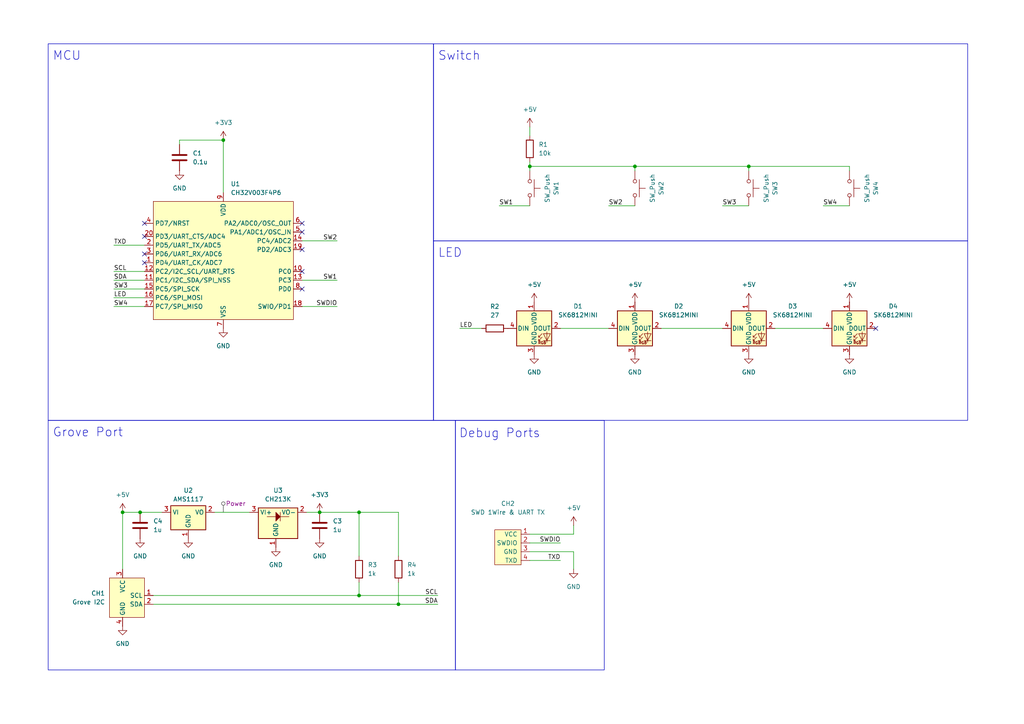
<source format=kicad_sch>
(kicad_sch (version 20250114) (generator "eeschema") (generator_version "9.0")
  (paper "A4")
  (title_block (title "Button Unit Grove I2C") (rev "1.0.0"))
  (lib_symbols
    (symbol "74th_Interface:I2C_Grove_Device-Side"
      (property "Reference" "CH" (at -7.62 1.27 0))
      (property "Value" "Grove" (at -7.62 -1.27 0))
      (symbol "I2C_Grove_Device-Side_0_1"
        (rectangle (start -6.35 6.35) (end 3.81 -5.08) (stroke (width 0.1524)) (fill (type background)))
      )
      (symbol "I2C_Grove_Device-Side_1_1"
        (pin power_out line (at -2.54 8.89 270) (length 2.54) (name "VCC") (number "3"))
        (pin power_out line (at -2.54 -7.62 90) (length 2.54) (name "GND") (number "4"))
        (pin input line (at 6.35 1.27 180) (length 2.54) (name "SCL") (number "1"))
        (pin bidirectional line (at 6.35 -1.27 180) (length 2.54) (name "SDA") (number "2"))
      )
    )
    (symbol "74th_Interface:SWD_WCH-1Wire_WITH-TXD-VCC" (pin_names (offset 1.016))
      (property "Reference" "CH" (at 0 7.62 0))
      (property "Value" "SWD 1Wire & UART TXD" (at 0 5.08 0))
      (symbol "SWD_WCH-1Wire_WITH-TXD-VCC_0_1"
        (rectangle (start -3.81 3.81) (end 3.81 -6.35) (fill (type background)))
      )
      (symbol "SWD_WCH-1Wire_WITH-TXD-VCC_1_1"
        (pin power_out line (at 6.35 2.54 180) (length 2.54) (name "VCC") (number "1"))
        (pin bidirectional line (at 6.35 0 180) (length 2.54) (name "SWDIO") (number "2"))
        (pin power_out line (at 6.35 -2.54 180) (length 2.54) (name "GND") (number "3"))
        (pin input line (at 6.35 -5.08 180) (length 2.54) (name "TXD") (number "4"))
      )
    )
    (symbol "74th_MCU:CH32V003F4P6"
      (property "Reference" "U" (at -11.43 25.4 0))
      (property "Value" "CH32V003F4P6" (at 12.7 25.4 0))
      (symbol "CH32V003F4P6_0_1"
        (rectangle (start -20.32 24.13) (end 20.32 -10.16) (stroke (width 0.1524)) (fill (type background)))
      )
      (symbol "CH32V003F4P6_1_1"
        (pin bidirectional line (at -22.86 17.78 0) (length 2.54) (name "PD7/NRST") (number "4"))
        (pin bidirectional line (at -22.86 13.97 0) (length 2.54) (name "PD3/UART_CTS/ADC4") (number "20"))
        (pin bidirectional line (at -22.86 11.43 0) (length 2.54) (name "PD5/UART_TX/ADC5") (number "2"))
        (pin bidirectional line (at -22.86 8.89 0) (length 2.54) (name "PD6/UART_RX/ADC6") (number "3"))
        (pin bidirectional line (at -22.86 6.35 0) (length 2.54) (name "PD4/UART_CK/ADC7") (number "1"))
        (pin bidirectional line (at -22.86 3.81 0) (length 2.54) (name "PC2/I2C_SCL/UART_RTS") (number "12"))
        (pin bidirectional line (at -22.86 1.27 0) (length 2.54) (name "PC1/I2C_SDA/SPI_NSS") (number "11"))
        (pin bidirectional line (at -22.86 -1.27 0) (length 2.54) (name "PC5/SPI_SCK") (number "15"))
        (pin bidirectional line (at -22.86 -3.81 0) (length 2.54) (name "PC6/SPI_MOSI") (number "16"))
        (pin bidirectional line (at -22.86 -6.35 0) (length 2.54) (name "PC7/SPI_MISO") (number "17"))
        (pin power_in line (at 0 26.67 270) (length 2.54) (name "VDD") (number "9"))
        (pin power_in line (at 0 -12.7 90) (length 2.54) (name "VSS") (number "7"))
        (pin bidirectional line (at 22.86 17.78 180) (length 2.54) (name "PA2/ADC0/OSC_OUT") (number "6"))
        (pin bidirectional line (at 22.86 15.24 180) (length 2.54) (name "PA1/ADC1/OSC_IN") (number "5"))
        (pin bidirectional line (at 22.86 12.7 180) (length 2.54) (name "PC4/ADC2") (number "14"))
        (pin bidirectional line (at 22.86 10.16 180) (length 2.54) (name "PD2/ADC3") (number "19"))
        (pin bidirectional line (at 22.86 3.81 180) (length 2.54) (name "PC0") (number "10"))
        (pin bidirectional line (at 22.86 1.27 180) (length 2.54) (name "PC3") (number "13"))
        (pin bidirectional line (at 22.86 -1.27 180) (length 2.54) (name "PD0") (number "8"))
        (pin bidirectional line (at 22.86 -6.35 180) (length 2.54) (name "SWIO/PD1") (number "18"))
      )
    )
    (symbol "74th_Passive:AMS1117-3.3_Regulator_SOT89"
      (property "Reference" "U" (at -3.81 3.175 0))
      (property "Value" "AMS1117" (at 0 3.175 0))
      (symbol "AMS1117-3.3_Regulator_SOT89_0_1"
        (rectangle (start -5.08 1.905) (end 5.08 -5.08) (stroke (width 0.254)) (fill (type background)))
      )
      (symbol "AMS1117-3.3_Regulator_SOT89_1_1"
        (pin power_in line (at -7.62 0 0) (length 2.54) (name "VI") (number "3"))
        (pin power_in line (at 0 -7.62 90) (length 2.54) (name "GND") (number "1"))
        (pin power_out line (at 7.62 0 180) (length 2.54) (name "VO") (number "2"))
      )
    )
    (symbol "74th_Passive:CH213K_Ideal-Diode-for-USB-Power"
      (property "Reference" "U" (at -3.81 6.35 0))
      (property "Value" "CH213K" (at 2.54 6.35 0))
      (symbol "CH213K_Ideal-Diode-for-USB-Power_0_1"
        (polyline (pts (xy -2.54 2.54) (xy 3.81 2.54)))
        (polyline (pts (xy 1.27 3.81) (xy 1.27 1.27)))
      )
      (symbol "CH213K_Ideal-Diode-for-USB-Power_1_1"
        (rectangle (start -5.08 5.08) (end 6.35 -3.81) (stroke (width 0.254)) (fill (type background)))
        (polyline (pts (xy 0 3.81) (xy 0 1.27) (xy 1.27 2.54) (xy 0 3.81)) (fill (type outline)))
        (pin power_in line (at -7.62 3.81 0) (length 2.54) (name "VI+") (number "3"))
        (pin power_in line (at 0 -6.35 90) (length 2.54) (name "GND") (number "1"))
        (pin power_out line (at 8.89 3.81 180) (length 2.54) (name "VO-") (number "2"))
      )
    )
    (symbol "74th_Passive:SK6812MINI-E_RGBLED" (pin_names (offset 0.254))
      (property "Reference" "D" (at 5.08 5.715 0))
      (property "Value" "SK6812MINI-E_RGBLED" (at 1.27 -5.715 0))
      (symbol "SK6812MINI-E_RGBLED_0_0"
        (text "RGB" (at 2.286 -4.191 0) (effects (font (size 0.762 0.762))))
      )
      (symbol "SK6812MINI-E_RGBLED_0_1"
        (polyline (pts (xy 1.27 -2.54) (xy 1.778 -2.54)))
        (polyline (pts (xy 1.27 -3.556) (xy 1.778 -3.556)))
        (polyline (pts (xy 2.286 -1.524) (xy 1.27 -2.54) (xy 1.27 -2.032)))
        (polyline (pts (xy 2.286 -2.54) (xy 1.27 -3.556) (xy 1.27 -3.048)))
        (polyline (pts (xy 3.683 -1.016) (xy 3.683 -3.556) (xy 3.683 -4.064)))
        (polyline (pts (xy 4.699 -1.524) (xy 2.667 -1.524) (xy 3.683 -3.556) (xy 4.699 -1.524)))
        (polyline (pts (xy 4.699 -3.556) (xy 2.667 -3.556)))
        (rectangle (start 5.08 5.08) (end -5.08 -5.08) (stroke (width 0.254)) (fill (type background)))
      )
      (symbol "SK6812MINI-E_RGBLED_1_1"
        (pin input line (at -7.62 0 0) (length 2.54) (name "DIN") (number "4"))
        (pin power_in line (at 0 7.62 270) (length 2.54) (name "VDD") (number "1"))
        (pin power_in line (at 0 -7.62 90) (length 2.54) (name "GND") (number "3"))
        (pin output line (at 7.62 0 180) (length 2.54) (name "DOUT") (number "2"))
      )
    )
    (symbol "Device:C" (pin_numbers (hide yes)) (pin_names (offset 0.254))
      (property "Reference" "C" (at 0.635 2.54 0))
      (property "Value" "C" (at 0.635 -2.54 0))
      (symbol "C_0_1"
        (polyline (pts (xy -2.032 0.762) (xy 2.032 0.762)) (stroke (width 0.508)))
        (polyline (pts (xy -2.032 -0.762) (xy 2.032 -0.762)) (stroke (width 0.508)))
      )
      (symbol "C_1_1"
        (pin passive line (at 0 3.81 270) (length 2.794) (name "~") (number "1"))
        (pin passive line (at 0 -3.81 90) (length 2.794) (name "~") (number "2"))
      )
    )
    (symbol "Device:R" (pin_numbers (hide yes)) (pin_names (offset 0))
      (property "Reference" "R" (at 2.032 0 90))
      (property "Value" "R" (at 0 0 90))
      (symbol "R_0_1"
        (rectangle (start -1.016 -2.54) (end 1.016 2.54) (stroke (width 0.254)))
      )
      (symbol "R_1_1"
        (pin passive line (at 0 3.81 270) (length 1.27) (name "~") (number "1"))
        (pin passive line (at 0 -3.81 90) (length 1.27) (name "~") (number "2"))
      )
    )
    (symbol "Switch:SW_Push" (pin_numbers (hide yes)) (pin_names (offset 1.016) (hide yes))
      (property "Reference" "SW" (at 1.27 2.54 0))
      (property "Value" "SW_Push" (at 0 -1.524 0))
      (symbol "SW_Push_0_1"
        (circle (center -2.032 0) (radius 0.508))
        (polyline (pts (xy 0 1.27) (xy 0 3.048)))
        (circle (center 2.032 0) (radius 0.508))
        (polyline (pts (xy 2.54 1.27) (xy -2.54 1.27)))
        (pin passive line (at -5.08 0 0) (length 2.54) (name "1") (number "1"))
        (pin passive line (at 5.08 0 180) (length 2.54) (name "2") (number "2"))
      )
    )
    (symbol "power:+3V3" (power) (pin_numbers (hide yes)) (pin_names (offset 0) (hide yes))
      (property "Value" "+3V3" (at 0 3.556 0))
      (symbol "+3V3_0_1"
        (polyline (pts (xy -0.762 1.27) (xy 0 2.54)))
        (polyline (pts (xy 0 2.54) (xy 0.762 1.27)))
        (polyline (pts (xy 0 0) (xy 0 2.54)))
      )
      (symbol "+3V3_1_1"
        (pin power_in line (at 0 0 90) (length 0) (name "~") (number "1"))
      )
    )
    (symbol "power:+5V" (power) (pin_numbers (hide yes)) (pin_names (offset 0) (hide yes))
      (property "Value" "+5V" (at 0 3.556 0))
      (symbol "+5V_0_1"
        (polyline (pts (xy -0.762 1.27) (xy 0 2.54)))
        (polyline (pts (xy 0 2.54) (xy 0.762 1.27)))
        (polyline (pts (xy 0 0) (xy 0 2.54)))
      )
      (symbol "+5V_1_1"
        (pin power_in line (at 0 0 90) (length 0) (name "~") (number "1"))
      )
    )
    (symbol "power:GND" (power) (pin_numbers (hide yes)) (pin_names (offset 0) (hide yes))
      (property "Value" "GND" (at 0 -3.81 0))
      (symbol "GND_0_1"
        (polyline (pts (xy 0 0) (xy 0 -1.27) (xy 1.27 -1.27) (xy 0 -2.54) (xy -1.27 -1.27) (xy 0 -1.27)))
      )
      (symbol "GND_1_1"
        (pin power_in line (at 0 0 270) (length 0) (name "~") (number "1"))
      )
    )
  )
  (rectangle (start 125.73 69.85) (end 280.67 121.92))
  (rectangle (start 125.73 12.7) (end 280.67 69.85))
  (rectangle (start 132.08 121.92) (end 175.26 194.31))
  (rectangle (start 13.97 12.7) (end 125.73 121.92))
  (rectangle (start 13.97 121.92) (end 132.08 194.31))
  (text "LED" (at 127 74.93 0) (effects (font (size 2.54 2.54)) (justify left bottom)))
  (text "Debug Ports" (at 133.096 127.254 0) (effects (font (size 2.54 2.54)) (justify left bottom)))
  (text "Switch" (at 127 17.78 0) (effects (font (size 2.54 2.54)) (justify left bottom)))
  (text "MCU" (at 15.24 17.78 0) (effects (font (size 2.54 2.54)) (justify left bottom)))
  (text "Grove Port" (at 15.24 127 0) (effects (font (size 2.54 2.54)) (justify left bottom)))
  (junction (at 104.14 172.72))
  (junction (at 217.17 48.26))
  (junction (at 40.64 148.59))
  (junction (at 184.15 48.26))
  (junction (at 104.14 148.59))
  (junction (at 115.57 175.26))
  (junction (at 35.56 148.59))
  (junction (at 153.67 48.26))
  (junction (at 92.71 148.59))
  (junction (at 64.77 40.64))
  (no_connect (at 41.91 76.2))
  (no_connect (at 254 95.25))
  (no_connect (at 87.63 64.77))
  (no_connect (at 41.91 73.66))
  (no_connect (at 41.91 64.77))
  (no_connect (at 87.63 83.82))
  (no_connect (at 87.63 72.39))
  (no_connect (at 87.63 78.74))
  (no_connect (at 41.91 68.58))
  (no_connect (at 87.63 67.31))
  (wire (pts (xy 153.67 162.56) (xy 162.56 162.56)))
  (wire (pts (xy 246.38 49.53) (xy 246.38 48.26)))
  (wire (pts (xy 33.02 71.12) (xy 41.91 71.12)))
  (wire (pts (xy 33.02 78.74) (xy 41.91 78.74)))
  (wire (pts (xy 153.67 48.26) (xy 184.15 48.26)))
  (wire (pts (xy 139.7 95.25) (xy 133.35 95.25)))
  (wire (pts (xy 35.56 148.59) (xy 35.56 165.1)))
  (wire (pts (xy 35.56 148.59) (xy 40.64 148.59)))
  (wire (pts (xy 33.02 86.36) (xy 41.91 86.36)))
  (wire (pts (xy 153.67 154.94) (xy 166.37 154.94)))
  (wire (pts (xy 92.71 148.59) (xy 104.14 148.59)))
  (wire (pts (xy 153.67 160.02) (xy 166.37 160.02)))
  (wire (pts (xy 191.77 95.25) (xy 209.55 95.25)))
  (wire (pts (xy 217.17 48.26) (xy 217.17 49.53)))
  (wire (pts (xy 166.37 160.02) (xy 166.37 165.1)))
  (wire (pts (xy 104.14 161.29) (xy 104.14 148.59)))
  (wire (pts (xy 104.14 168.91) (xy 104.14 172.72)))
  (wire (pts (xy 104.14 172.72) (xy 127 172.72)))
  (wire (pts (xy 184.15 48.26) (xy 184.15 49.53)))
  (wire (pts (xy 33.02 88.9) (xy 41.91 88.9)))
  (wire (pts (xy 87.63 88.9) (xy 97.79 88.9)))
  (wire (pts (xy 238.76 59.69) (xy 246.38 59.69)))
  (wire (pts (xy 176.53 59.69) (xy 184.15 59.69)))
  (wire (pts (xy 64.77 40.64) (xy 64.77 55.88)))
  (wire (pts (xy 115.57 168.91) (xy 115.57 175.26)))
  (wire (pts (xy 87.63 69.85) (xy 97.79 69.85)))
  (wire (pts (xy 62.23 148.59) (xy 72.39 148.59)))
  (wire (pts (xy 64.77 40.64) (xy 52.07 40.64)))
  (wire (pts (xy 153.67 46.99) (xy 153.67 48.26)))
  (wire (pts (xy 52.07 40.64) (xy 52.07 41.91)))
  (wire (pts (xy 217.17 48.26) (xy 246.38 48.26)))
  (wire (pts (xy 144.78 59.69) (xy 153.67 59.69)))
  (wire (pts (xy 166.37 154.94) (xy 166.37 152.4)))
  (wire (pts (xy 33.02 81.28) (xy 41.91 81.28)))
  (wire (pts (xy 153.67 48.26) (xy 153.67 49.53)))
  (wire (pts (xy 40.64 148.59) (xy 46.99 148.59)))
  (wire (pts (xy 88.9 148.59) (xy 92.71 148.59)))
  (wire (pts (xy 115.57 175.26) (xy 127 175.26)))
  (wire (pts (xy 184.15 48.26) (xy 217.17 48.26)))
  (wire (pts (xy 33.02 83.82) (xy 41.91 83.82)))
  (wire (pts (xy 87.63 81.28) (xy 97.79 81.28)))
  (wire (pts (xy 224.79 95.25) (xy 238.76 95.25)))
  (wire (pts (xy 209.55 59.69) (xy 217.17 59.69)))
  (wire (pts (xy 44.45 172.72) (xy 104.14 172.72)))
  (wire (pts (xy 115.57 148.59) (xy 115.57 161.29)))
  (wire (pts (xy 162.56 95.25) (xy 176.53 95.25)))
  (wire (pts (xy 153.67 157.48) (xy 162.56 157.48)))
  (wire (pts (xy 104.14 148.59) (xy 115.57 148.59)))
  (wire (pts (xy 44.45 175.26) (xy 115.57 175.26)))
  (wire (pts (xy 153.67 36.83) (xy 153.67 39.37)))
  (label "SW1" (at 144.78 59.69 0))
  (label "SCL" (at 33.02 78.74 0))
  (label "SW4" (at 33.02 88.9 0))
  (label "TXD" (at 33.02 71.12 0))
  (label "SW3" (at 33.02 83.82 0))
  (label "SCL" (at 127 172.72 180))
  (label "LED" (at 133.35 95.25 0))
  (label "SWDIO" (at 97.79 88.9 180))
  (label "SDA" (at 127 175.26 180))
  (label "SDA" (at 33.02 81.28 0))
  (label "TXD" (at 162.56 162.56 180))
  (label "SW1" (at 97.79 81.28 180))
  (label "LED" (at 33.02 86.36 0))
  (label "SWDIO" (at 162.56 157.48 180))
  (label "SW2" (at 97.79 69.85 180))
  (label "SW4" (at 238.76 59.69 0))
  (label "SW2" (at 176.53 59.69 0))
  (label "SW3" (at 209.55 59.69 0))
  (netclass_flag "" (length 2.54) (shape round) (at 64.77 148.59 0) (property "Netclass" "Power" (at 65.4685 146.05 0) (effects (justify left))))
  (symbol (lib_id "74th_MCU:CH32V003F4P6") (at 64.77 82.55 0) (unit 1)
    (property "Reference" "U1" (at 66.9133 53.34 0) (effects (justify left)))
    (property "Value" "CH32V003F4P6" (at 66.9133 55.88 0) (effects (justify left)))
    (property "Footprint" "74th:Package_TSSOP-20_4.4x6.5mm_P0.65mm" (effects (hide yes)))
  )
  (symbol (lib_id "Device:C") (at 40.64 152.4 0) (unit 1)
    (property "Reference" "C4" (at 44.45 151.1299 0) (effects (justify left)))
    (property "Value" "1u" (at 44.45 153.6699 0) (effects (justify left)))
    (property "Footprint" "74th:Capacitor_0805_2012_WithSizeText" (effects (hide yes)))
    (property "Description" "Unpolarized capacitor" (effects (hide yes)))
  )
  (symbol (lib_id "power:GND") (at 52.07 49.53 0) (unit 1)
    (property "Reference" "#PWR06" (effects (hide yes)))
    (property "Value" "GND" (at 52.07 54.61 0))
    (property "Description" "Power symbol creates a global label with name \"GND\" , ground" (effects (hide yes)))
  )
  (symbol (lib_id "74th_Passive:CH213K_Ideal-Diode-for-USB-Power") (at 80.01 152.4 0) (unit 1)
    (property "Reference" "U3" (at 80.645 142.24 0))
    (property "Value" "CH213K" (at 80.645 144.78 0))
    (property "Footprint" "74th:Package_SOT-23" (effects (hide yes)))
  )
  (symbol (lib_id "power:+3V3") (at 92.71 148.59 0) (unit 1)
    (property "Reference" "#PWR04" (effects (hide yes)))
    (property "Value" "+3V3" (at 92.71 143.51 0))
    (property "Description" "Power symbol creates a global label with name \"+3V3\"" (effects (hide yes)))
  )
  (symbol (lib_id "74th_Passive:AMS1117-3.3_Regulator_SOT89") (at 54.61 148.59 0) (unit 1)
    (property "Reference" "U2" (at 54.61 142.24 0))
    (property "Value" "AMS1117" (at 54.61 144.78 0))
    (property "Footprint" "74th:Package_SOT-89-3" (effects (hide yes)))
    (property "Description" "1A Low Dropout regulator, positive, adjustable output, SOT-223" (effects (hide yes)))
  )
  (symbol (lib_id "power:GND") (at 54.61 156.21 0) (unit 1)
    (property "Reference" "#PWR018" (effects (hide yes)))
    (property "Value" "GND" (at 54.61 161.29 0))
    (property "Description" "Power symbol creates a global label with name \"GND\" , ground" (effects (hide yes)))
  )
  (symbol (lib_id "power:+5V") (at 166.37 152.4 0) (unit 1)
    (property "Reference" "#PWR011" (effects (hide yes)))
    (property "Value" "+5V" (at 166.37 147.32 0))
    (property "Description" "Power symbol creates a global label with name \"+5V\"" (effects (hide yes)))
  )
  (symbol (lib_id "74th_Interface:SWD_WCH-1Wire_WITH-TXD-VCC") (at 147.32 157.48 0) (unit 1)
    (property "Reference" "CH2" (at 147.32 146.05 0))
    (property "Value" "SWD 1Wire & UART TX" (at 147.32 148.59 0))
    (property "Footprint" "74th:PinOut_Pin_4" (effects (hide yes)))
  )
  (symbol (lib_id "Device:C") (at 52.07 45.72 0) (unit 1)
    (property "Reference" "C1" (at 55.88 44.4499 0) (effects (justify left)))
    (property "Value" "0.1u" (at 55.88 46.9899 0) (effects (justify left)))
    (property "Footprint" "74th:Capacitor_0805_2012_WithSizeText" (effects (hide yes)))
    (property "Description" "Unpolarized capacitor" (effects (hide yes)))
  )
  (symbol (lib_id "power:GND") (at 217.17 102.87 0) (unit 1)
    (property "Reference" "#PWR016" (effects (hide yes)))
    (property "Value" "GND" (at 217.17 107.95 0))
    (property "Description" "Power symbol creates a global label with name \"GND\" , ground" (effects (hide yes)))
  )
  (symbol (lib_id "Device:R") (at 153.67 43.18 0) (unit 1)
    (property "Reference" "R1" (at 156.21 41.91 0) (effects (justify left)))
    (property "Value" "10k" (at 156.21 44.45 0) (effects (justify left)))
    (property "Footprint" "74th:Register_0805_2012_WithSizeText" (effects (hide yes)))
    (property "Description" "Resistor" (effects (hide yes)))
  )
  (symbol (lib_id "power:+3V3") (at 64.77 40.64 0) (unit 1)
    (property "Reference" "#PWR07" (effects (hide yes)))
    (property "Value" "+3V3" (at 64.77 35.56 0))
    (property "Description" "Power symbol creates a global label with name \"+3V3\"" (effects (hide yes)))
  )
  (symbol (lib_id "power:+5V") (at 184.15 87.63 0) (unit 1)
    (property "Reference" "#PWR012" (effects (hide yes)))
    (property "Value" "+5V" (at 184.15 82.55 0))
    (property "Description" "Power symbol creates a global label with name \"+5V\"" (effects (hide yes)))
  )
  (symbol (lib_id "Device:C") (at 92.71 152.4 0) (unit 1)
    (property "Reference" "C3" (at 96.52 151.1299 0) (effects (justify left)))
    (property "Value" "1u" (at 96.52 153.6699 0) (effects (justify left)))
    (property "Footprint" "74th:Capacitor_0805_2012_WithSizeText" (effects (hide yes)))
    (property "Description" "Unpolarized capacitor" (effects (hide yes)))
  )
  (symbol (lib_id "Switch:SW_Push") (at 246.38 54.61 270) (mirror x) (unit 1)
    (property "Reference" "SW4" (at 254 54.61 0))
    (property "Value" "SW_Push" (at 251.46 54.61 0))
    (property "Footprint" "74th:Switch_MXChoc_1.0u" (effects (hide yes)))
    (property "Description" "Push button switch, generic, two pins" (effects (hide yes)))
  )
  (symbol (lib_id "power:GND") (at 92.71 156.21 0) (unit 1)
    (property "Reference" "#PWR019" (effects (hide yes)))
    (property "Value" "GND" (at 92.71 161.29 0))
    (property "Description" "Power symbol creates a global label with name \"GND\" , ground" (effects (hide yes)))
  )
  (symbol (lib_id "Switch:SW_Push") (at 217.17 54.61 270) (mirror x) (unit 1)
    (property "Reference" "SW3" (at 224.79 54.61 0))
    (property "Value" "SW_Push" (at 222.25 54.61 0))
    (property "Footprint" "74th:Switch_MXChoc_1.0u" (effects (hide yes)))
    (property "Description" "Push button switch, generic, two pins" (effects (hide yes)))
  )
  (symbol (lib_id "power:GND") (at 40.64 156.21 0) (unit 1)
    (property "Reference" "#PWR020" (effects (hide yes)))
    (property "Value" "GND" (at 40.64 161.29 0))
    (property "Description" "Power symbol creates a global label with name \"GND\" , ground" (effects (hide yes)))
  )
  (symbol (lib_id "Device:R") (at 104.14 165.1 0) (unit 1)
    (property "Reference" "R3" (at 106.68 163.8299 0) (effects (justify left)))
    (property "Value" "1k" (at 106.68 166.3699 0) (effects (justify left)))
    (property "Footprint" "74th:Register_0805_2012_WithSizeText" (effects (hide yes)))
    (property "Description" "Resistor" (effects (hide yes)))
  )
  (symbol (lib_id "power:GND") (at 35.56 181.61 0) (unit 1)
    (property "Reference" "#PWR03" (effects (hide yes)))
    (property "Value" "GND" (at 35.56 186.69 0))
    (property "Description" "Power symbol creates a global label with name \"GND\" , ground" (effects (hide yes)))
  )
  (symbol (lib_id "power:+5V") (at 246.38 87.63 0) (unit 1)
    (property "Reference" "#PWR014" (effects (hide yes)))
    (property "Value" "+5V" (at 246.38 82.55 0))
    (property "Description" "Power symbol creates a global label with name \"+5V\"" (effects (hide yes)))
  )
  (symbol (lib_id "Switch:SW_Push") (at 153.67 54.61 270) (mirror x) (unit 1)
    (property "Reference" "SW1" (at 161.29 54.61 0))
    (property "Value" "SW_Push" (at 158.75 54.61 0))
    (property "Footprint" "74th:Switch_MXChoc_1.0u" (effects (hide yes)))
    (property "Description" "Push button switch, generic, two pins" (effects (hide yes)))
  )
  (symbol (lib_id "74th_Passive:SK6812MINI-E_RGBLED") (at 246.38 95.25 0) (unit 1)
    (property "Reference" "D4" (at 259.08 88.8298 0))
    (property "Value" "SK6812MINI" (at 259.08 91.3698 0))
    (property "Footprint" "74th:LED_SK6812MINI-E_BACK-RIGHT" (effects (hide yes)))
    (property "Datasheet" "https://cdn-shop.adafruit.com/product-files/2686/SK6812MINI_REV.01-1-2.pdf" (effects (hide yes)))
    (property "Description" "RGB LED with integrated controller" (effects (hide yes)))
  )
  (symbol (lib_id "power:GND") (at 246.38 102.87 0) (unit 1)
    (property "Reference" "#PWR017" (effects (hide yes)))
    (property "Value" "GND" (at 246.38 107.95 0))
    (property "Description" "Power symbol creates a global label with name \"GND\" , ground" (effects (hide yes)))
  )
  (symbol (lib_id "power:GND") (at 184.15 102.87 0) (unit 1)
    (property "Reference" "#PWR015" (effects (hide yes)))
    (property "Value" "GND" (at 184.15 107.95 0))
    (property "Description" "Power symbol creates a global label with name \"GND\" , ground" (effects (hide yes)))
  )
  (symbol (lib_id "power:GND") (at 80.01 158.75 0) (unit 1)
    (property "Reference" "#PWR021" (effects (hide yes)))
    (property "Value" "GND" (at 80.01 163.83 0))
    (property "Description" "Power symbol creates a global label with name \"GND\" , ground" (effects (hide yes)))
  )
  (symbol (lib_id "power:+5V") (at 153.67 36.83 0) (unit 1)
    (property "Reference" "#PWR01" (effects (hide yes)))
    (property "Value" "+5V" (at 153.67 31.75 0))
    (property "Description" "Power symbol creates a global label with name \"+5V\"" (effects (hide yes)))
  )
  (symbol (lib_id "74th_Interface:I2C_Grove_Device-Side") (at 38.1 173.99 0) (unit 1)
    (property "Reference" "CH1" (at 30.48 172.0849 0) (effects (justify right)))
    (property "Value" "Grove I2C" (at 30.48 174.6249 0) (effects (justify right)))
    (property "Footprint" "74th:Connector_HY-2.0_SMD_4Pin" (effects (hide yes)))
  )
  (symbol (lib_id "74th_Passive:SK6812MINI-E_RGBLED") (at 217.17 95.25 0) (unit 1)
    (property "Reference" "D3" (at 229.87 88.8298 0))
    (property "Value" "SK6812MINI" (at 229.87 91.3698 0))
    (property "Footprint" "74th:LED_SK6812MINI-E_BACK-RIGHT" (effects (hide yes)))
    (property "Datasheet" "https://cdn-shop.adafruit.com/product-files/2686/SK6812MINI_REV.01-1-2.pdf" (effects (hide yes)))
    (property "Description" "RGB LED with integrated controller" (effects (hide yes)))
  )
  (symbol (lib_id "Device:R") (at 115.57 165.1 0) (unit 1)
    (property "Reference" "R4" (at 118.11 163.8299 0) (effects (justify left)))
    (property "Value" "1k" (at 118.11 166.3699 0) (effects (justify left)))
    (property "Footprint" "74th:Register_0805_2012_WithSizeText" (effects (hide yes)))
    (property "Description" "Resistor" (effects (hide yes)))
  )
  (symbol (lib_id "power:+5V") (at 154.94 87.63 0) (unit 1)
    (property "Reference" "#PWR09" (effects (hide yes)))
    (property "Value" "+5V" (at 154.94 82.55 0))
    (property "Description" "Power symbol creates a global label with name \"+5V\"" (effects (hide yes)))
  )
  (symbol (lib_id "74th_Passive:SK6812MINI-E_RGBLED") (at 154.94 95.25 0) (unit 1)
    (property "Reference" "D1" (at 167.64 88.8298 0))
    (property "Value" "SK6812MINI" (at 167.64 91.3698 0))
    (property "Footprint" "74th:LED_SK6812MINI-E_BACK-RIGHT" (effects (hide yes)))
    (property "Datasheet" "https://cdn-shop.adafruit.com/product-files/2686/SK6812MINI_REV.01-1-2.pdf" (effects (hide yes)))
    (property "Description" "RGB LED with integrated controller" (effects (hide yes)))
  )
  (symbol (lib_id "power:GND") (at 166.37 165.1 0) (unit 1)
    (property "Reference" "#PWR08" (effects (hide yes)))
    (property "Value" "GND" (at 166.37 170.18 0))
    (property "Description" "Power symbol creates a global label with name \"GND\" , ground" (effects (hide yes)))
  )
  (symbol (lib_id "power:+5V") (at 217.17 87.63 0) (unit 1)
    (property "Reference" "#PWR013" (effects (hide yes)))
    (property "Value" "+5V" (at 217.17 82.55 0))
    (property "Description" "Power symbol creates a global label with name \"+5V\"" (effects (hide yes)))
  )
  (symbol (lib_id "power:GND") (at 154.94 102.87 0) (unit 1)
    (property "Reference" "#PWR010" (effects (hide yes)))
    (property "Value" "GND" (at 154.94 107.95 0))
    (property "Description" "Power symbol creates a global label with name \"GND\" , ground" (effects (hide yes)))
  )
  (symbol (lib_id "74th_Passive:SK6812MINI-E_RGBLED") (at 184.15 95.25 0) (unit 1)
    (property "Reference" "D2" (at 196.85 88.8298 0))
    (property "Value" "SK6812MINI" (at 196.85 91.3698 0))
    (property "Footprint" "74th:LED_SK6812MINI-E_BACK-RIGHT" (effects (hide yes)))
    (property "Datasheet" "https://cdn-shop.adafruit.com/product-files/2686/SK6812MINI_REV.01-1-2.pdf" (effects (hide yes)))
    (property "Description" "RGB LED with integrated controller" (effects (hide yes)))
  )
  (symbol (lib_id "power:+5V") (at 35.56 148.59 0) (unit 1)
    (property "Reference" "#PWR02" (effects (hide yes)))
    (property "Value" "+5V" (at 35.56 143.51 0))
    (property "Description" "Power symbol creates a global label with name \"+5V\"" (effects (hide yes)))
  )
  (symbol (lib_id "Switch:SW_Push") (at 184.15 54.61 270) (mirror x) (unit 1)
    (property "Reference" "SW2" (at 191.77 54.61 0))
    (property "Value" "SW_Push" (at 189.23 54.61 0))
    (property "Footprint" "74th:Switch_MXChoc_1.0u" (effects (hide yes)))
    (property "Description" "Push button switch, generic, two pins" (effects (hide yes)))
  )
  (symbol (lib_id "Device:R") (at 143.51 95.25 270) (unit 1)
    (property "Reference" "R2" (at 143.51 88.9 90))
    (property "Value" "27" (at 143.51 91.44 90))
    (property "Footprint" "74th:Register_0805_2012_WithSizeText" (effects (hide yes)))
    (property "Description" "Resistor" (effects (hide yes)))
  )
  (symbol (lib_id "power:GND") (at 64.77 95.25 0) (unit 1)
    (property "Reference" "#PWR05" (effects (hide yes)))
    (property "Value" "GND" (at 64.77 100.33 0))
    (property "Description" "Power symbol creates a global label with name \"GND\" , ground" (effects (hide yes)))
  )
)
</source>
